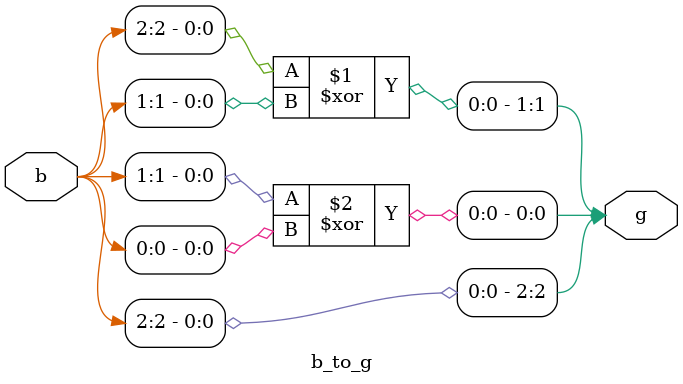
<source format=v>
module b_to_g (b,g);
  input [2:0] b;
  output [2:0] g;
  
  assign g[2] = b[2];
  assign g[1] = b[2]^b[1];
  assign g[0] = b[1]^b[0];
  
endmodule

</source>
